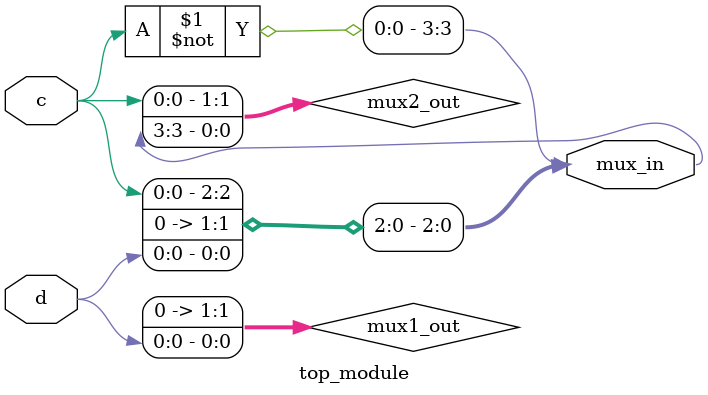
<source format=sv>
module top_module (
    input c,
    input d,
    output [3:0] mux_in
);

    wire [1:0] mux1_out, mux2_out;

    // 2-to-1 mux1
    assign mux1_out[0] = d;
    assign mux1_out[1] = 1'b0;

    // 2-to-1 mux2
    assign mux2_out[0] = ~c;
    assign mux2_out[1] = c;

    // 4-to-1 mux
    assign mux_in[0] = mux1_out[0];
    assign mux_in[1] = mux1_out[1];
    assign mux_in[2] = mux2_out[1];
    assign mux_in[3] = mux2_out[0];
endmodule

</source>
